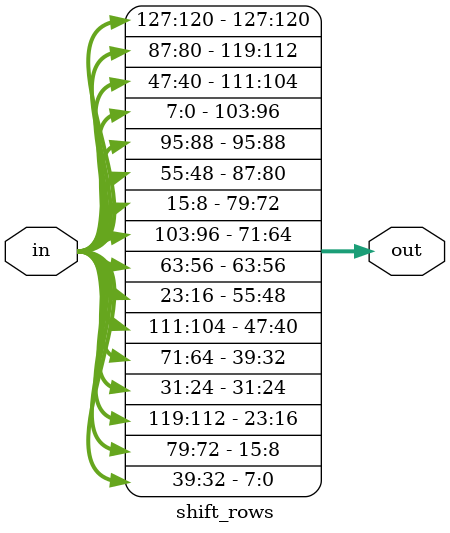
<source format=v>


module shift_rows(
input[127:0] in,
output [127:0] out
);
assign out = {in[127:120] , in[87:80] , in[47:40] , in[7:0] , in[95:88] ,in[55:48] , in[15:8] , in[103:96] , in[63:56] , in[23:16] , in[111:104] , in[71:64] , in[31:24] , in[119:112] , in[79:72] , in[39:32]};
endmodule



</source>
